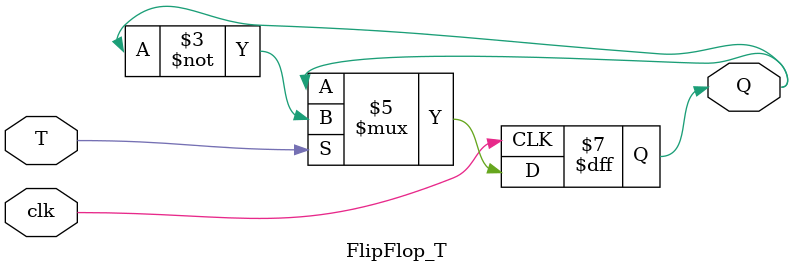
<source format=v>
/*
									**** FLIP FLOP T ****
				
		El presente código implementa el diseño de un módulo flip flop T el cual consta de 2
		entradas clk y T, y una salida Q. El flip flop funciona con respecto al flanco de 
		subida del reloj
*/

// Definición del módulo y lista de puertos
module FlipFlop_T(
	input clk,
	input T,
	output reg Q= 1'b0
);
	// Lista sensitiva
	always@(posedge clk)begin
		if (T == 1'b1) begin
			Q <= ~Q; // Niega Q
		end
	end
	
endmodule // Fin del módulo

</source>
